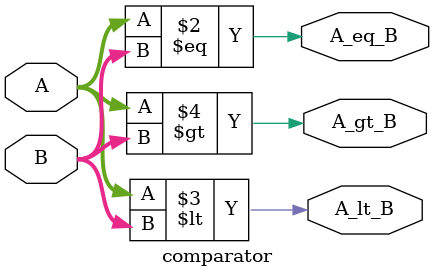
<source format=sv>
module comparator (
    input logic [1:0] A,      
    input logic [1:0] B,     
    output logic A_eq_B,      
    output logic A_lt_B,     
    output logic A_gt_B        
);

    always_comb begin
        A_eq_B = (A == B);     
        A_lt_B = (A < B);       
        A_gt_B = (A > B);       
    end

endmodule

</source>
